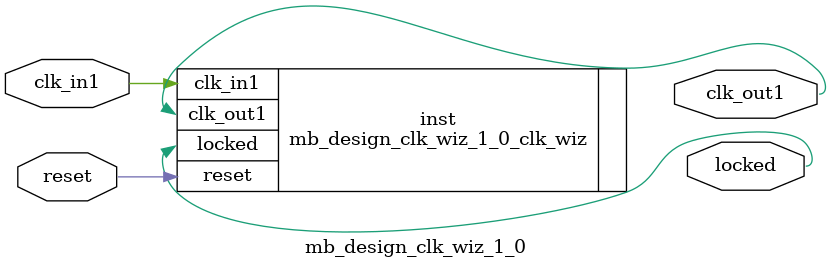
<source format=v>


`timescale 1ps/1ps

(* CORE_GENERATION_INFO = "mb_design_clk_wiz_1_0,clk_wiz_v6_0_3_0_0,{component_name=mb_design_clk_wiz_1_0,use_phase_alignment=true,use_min_o_jitter=false,use_max_i_jitter=false,use_dyn_phase_shift=false,use_inclk_switchover=false,use_dyn_reconfig=false,enable_axi=0,feedback_source=FDBK_AUTO,PRIMITIVE=MMCM,num_out_clk=1,clkin1_period=10.000,clkin2_period=10.000,use_power_down=false,use_reset=true,use_locked=true,use_inclk_stopped=false,feedback_type=SINGLE,CLOCK_MGR_TYPE=NA,manual_override=false}" *)

module mb_design_clk_wiz_1_0 
 (
  // Clock out ports
  output        clk_out1,
  // Status and control signals
  input         reset,
  output        locked,
 // Clock in ports
  input         clk_in1
 );

  mb_design_clk_wiz_1_0_clk_wiz inst
  (
  // Clock out ports  
  .clk_out1(clk_out1),
  // Status and control signals               
  .reset(reset), 
  .locked(locked),
 // Clock in ports
  .clk_in1(clk_in1)
  );

endmodule

</source>
